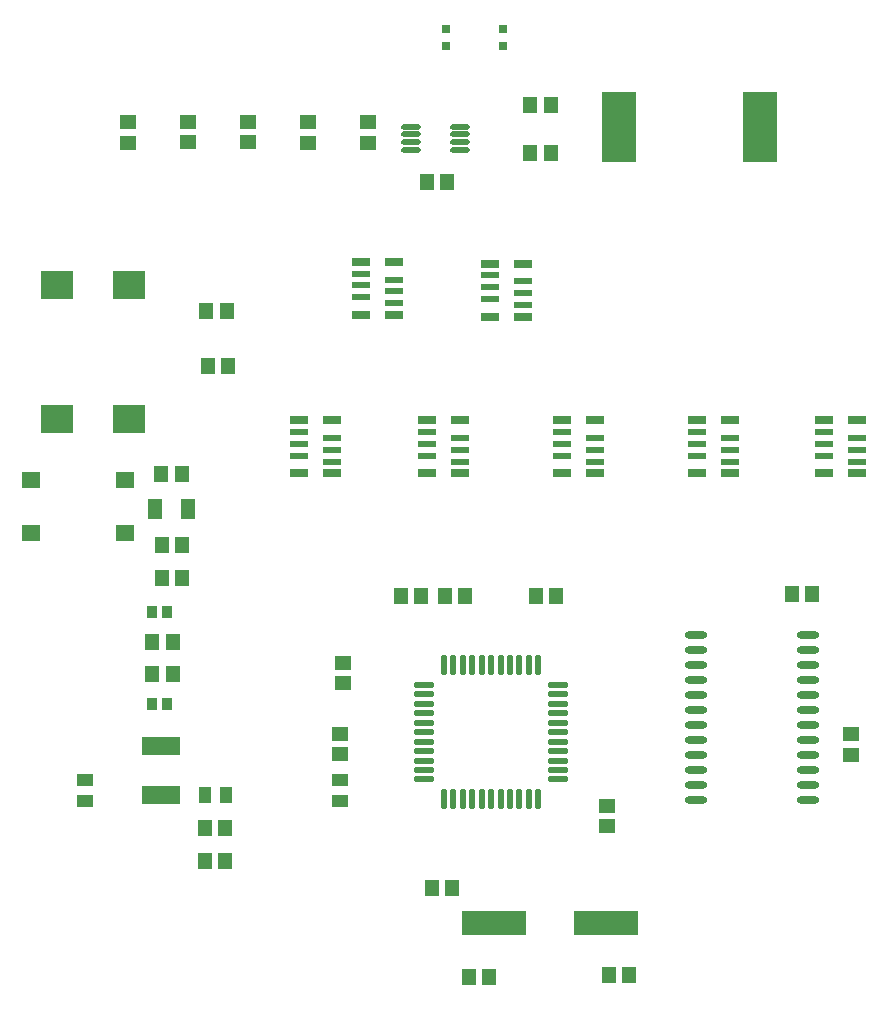
<source format=gtp>
G04 Layer_Color=8421504*
%FSAX24Y24*%
%MOIN*%
G70*
G01*
G75*
%ADD10O,0.0669X0.0177*%
%ADD11R,0.0630X0.0551*%
%ADD12R,0.0315X0.0315*%
%ADD13R,0.1181X0.2362*%
%ADD14R,0.0591X0.0236*%
%ADD15R,0.0591X0.0315*%
%ADD16R,0.0472X0.0551*%
%ADD17O,0.0748X0.0236*%
%ADD18O,0.0689X0.0217*%
%ADD19O,0.0217X0.0689*%
%ADD20R,0.0453X0.0551*%
%ADD21R,0.0551X0.0453*%
%ADD22R,0.0453X0.0532*%
%ADD23R,0.1102X0.0945*%
%ADD24R,0.0512X0.0669*%
%ADD25R,0.2165X0.0787*%
%ADD26R,0.0551X0.0472*%
%ADD27R,0.0559X0.0445*%
%ADD28R,0.0445X0.0559*%
%ADD29R,0.0354X0.0394*%
%ADD30R,0.1260X0.0591*%
D10*
X025427Y039966D02*
D03*
Y040222D02*
D03*
Y040478D02*
D03*
Y040734D02*
D03*
X023773Y039966D02*
D03*
Y040222D02*
D03*
Y040478D02*
D03*
Y040734D02*
D03*
D11*
X011100Y028972D02*
D03*
X014250D02*
D03*
Y027200D02*
D03*
X011100D02*
D03*
D12*
X026850Y043409D02*
D03*
Y044000D02*
D03*
X024950Y043409D02*
D03*
Y044000D02*
D03*
D13*
X035422Y040730D02*
D03*
X030698D02*
D03*
D14*
X029902Y029572D02*
D03*
X028800Y029769D02*
D03*
X029902Y029966D02*
D03*
X028800Y030163D02*
D03*
X029902Y030359D02*
D03*
X028800Y030556D02*
D03*
X038652Y029572D02*
D03*
X037550Y029769D02*
D03*
X038652Y029966D02*
D03*
X037550Y030163D02*
D03*
X038652Y030359D02*
D03*
X037550Y030556D02*
D03*
X033300D02*
D03*
X034402Y030359D02*
D03*
X033300Y030163D02*
D03*
X034402Y029966D02*
D03*
X033300Y029769D02*
D03*
X034402Y029572D02*
D03*
X024300Y030556D02*
D03*
X025402Y030359D02*
D03*
X024300Y030163D02*
D03*
X025402Y029966D02*
D03*
X024300Y029769D02*
D03*
X025402Y029572D02*
D03*
X021152D02*
D03*
X020050Y029769D02*
D03*
X021152Y029966D02*
D03*
X020050Y030163D02*
D03*
X021152Y030359D02*
D03*
X020050Y030556D02*
D03*
X026400Y035778D02*
D03*
X027502Y035581D02*
D03*
X026400Y035384D02*
D03*
X027502Y035187D02*
D03*
X026400Y034991D02*
D03*
X027502Y034794D02*
D03*
X023200Y034850D02*
D03*
X022098Y035047D02*
D03*
X023200Y035244D02*
D03*
X022098Y035441D02*
D03*
X023200Y035637D02*
D03*
X022098Y035834D02*
D03*
D15*
X028800Y029178D02*
D03*
X029902D02*
D03*
Y030950D02*
D03*
X028800D02*
D03*
X037550Y029178D02*
D03*
X038652D02*
D03*
Y030950D02*
D03*
X037550D02*
D03*
X033300D02*
D03*
X034402D02*
D03*
Y029178D02*
D03*
X033300D02*
D03*
X024300Y030950D02*
D03*
X025402D02*
D03*
Y029178D02*
D03*
X024300D02*
D03*
X020050D02*
D03*
X021152D02*
D03*
Y030950D02*
D03*
X020050D02*
D03*
X027502Y036172D02*
D03*
X026400D02*
D03*
Y034400D02*
D03*
X027502D02*
D03*
X023200Y034456D02*
D03*
X022098D02*
D03*
Y036228D02*
D03*
X023200D02*
D03*
D16*
X028619Y025100D02*
D03*
X027950D02*
D03*
X024969Y038900D02*
D03*
X024300D02*
D03*
X016135Y026800D02*
D03*
X015465D02*
D03*
X016135Y025700D02*
D03*
X015465D02*
D03*
X025700Y012400D02*
D03*
X026369D02*
D03*
X031035Y012450D02*
D03*
X030365D02*
D03*
X036465Y025150D02*
D03*
X037135D02*
D03*
X024465Y015350D02*
D03*
X025135D02*
D03*
X017569Y016250D02*
D03*
X016900D02*
D03*
X016915Y017350D02*
D03*
X017585D02*
D03*
X024900Y025100D02*
D03*
X025569D02*
D03*
X023431D02*
D03*
X024100D02*
D03*
D17*
X037020Y018300D02*
D03*
Y018800D02*
D03*
X033280D02*
D03*
Y018300D02*
D03*
Y023800D02*
D03*
Y023300D02*
D03*
Y022800D02*
D03*
Y022300D02*
D03*
Y021800D02*
D03*
Y021300D02*
D03*
Y020800D02*
D03*
Y020300D02*
D03*
Y019800D02*
D03*
Y019300D02*
D03*
X037020Y023800D02*
D03*
Y023300D02*
D03*
Y022800D02*
D03*
Y022300D02*
D03*
Y021800D02*
D03*
Y021300D02*
D03*
Y020800D02*
D03*
Y020300D02*
D03*
Y019800D02*
D03*
Y019300D02*
D03*
D18*
X024226Y022125D02*
D03*
Y021810D02*
D03*
Y021495D02*
D03*
Y021180D02*
D03*
Y020865D02*
D03*
Y020550D02*
D03*
Y020235D02*
D03*
Y019920D02*
D03*
Y019605D02*
D03*
Y019290D02*
D03*
Y018975D02*
D03*
X028674D02*
D03*
Y019290D02*
D03*
Y019605D02*
D03*
Y019920D02*
D03*
Y020235D02*
D03*
Y020550D02*
D03*
Y020865D02*
D03*
Y021180D02*
D03*
Y021495D02*
D03*
Y021810D02*
D03*
Y022125D02*
D03*
D19*
X024875Y018326D02*
D03*
X025190D02*
D03*
X025505D02*
D03*
X025820D02*
D03*
X026135D02*
D03*
X026450D02*
D03*
X026765D02*
D03*
X027080D02*
D03*
X027395D02*
D03*
X027710D02*
D03*
X028025D02*
D03*
Y022774D02*
D03*
X027710D02*
D03*
X027395D02*
D03*
X027080D02*
D03*
X026765D02*
D03*
X026450D02*
D03*
X026135D02*
D03*
X025820D02*
D03*
X025505D02*
D03*
X025190D02*
D03*
X024875D02*
D03*
D20*
X027756Y041450D02*
D03*
X028444D02*
D03*
X027756Y039850D02*
D03*
X028444D02*
D03*
X016144Y029150D02*
D03*
X015456D02*
D03*
X016956Y034600D02*
D03*
X017644D02*
D03*
X017006Y032750D02*
D03*
X017694D02*
D03*
D21*
X022350Y040206D02*
D03*
Y040894D02*
D03*
X016350Y040900D02*
D03*
Y040211D02*
D03*
X018350Y040900D02*
D03*
Y040211D02*
D03*
X014350Y040894D02*
D03*
Y040206D02*
D03*
X038450Y020494D02*
D03*
Y019806D02*
D03*
X020350Y040894D02*
D03*
Y040206D02*
D03*
D22*
X015844Y022500D02*
D03*
Y023550D02*
D03*
X015156Y022500D02*
D03*
Y023550D02*
D03*
D23*
X011968Y035472D02*
D03*
X014370D02*
D03*
X011968Y030984D02*
D03*
X014370D02*
D03*
D24*
X016351Y028000D02*
D03*
X015249D02*
D03*
D25*
X026550Y014200D02*
D03*
X030290D02*
D03*
D26*
X021400Y019815D02*
D03*
Y020485D02*
D03*
X030300Y018100D02*
D03*
Y017431D02*
D03*
X021500Y022850D02*
D03*
Y022181D02*
D03*
D27*
X021400Y018950D02*
D03*
Y018253D02*
D03*
X012900Y018252D02*
D03*
Y018948D02*
D03*
D28*
X017598Y018450D02*
D03*
X016902D02*
D03*
D29*
X015144Y024550D02*
D03*
X015656D02*
D03*
X015656Y021500D02*
D03*
X015144D02*
D03*
D30*
X015450Y018450D02*
D03*
Y020104D02*
D03*
M02*

</source>
